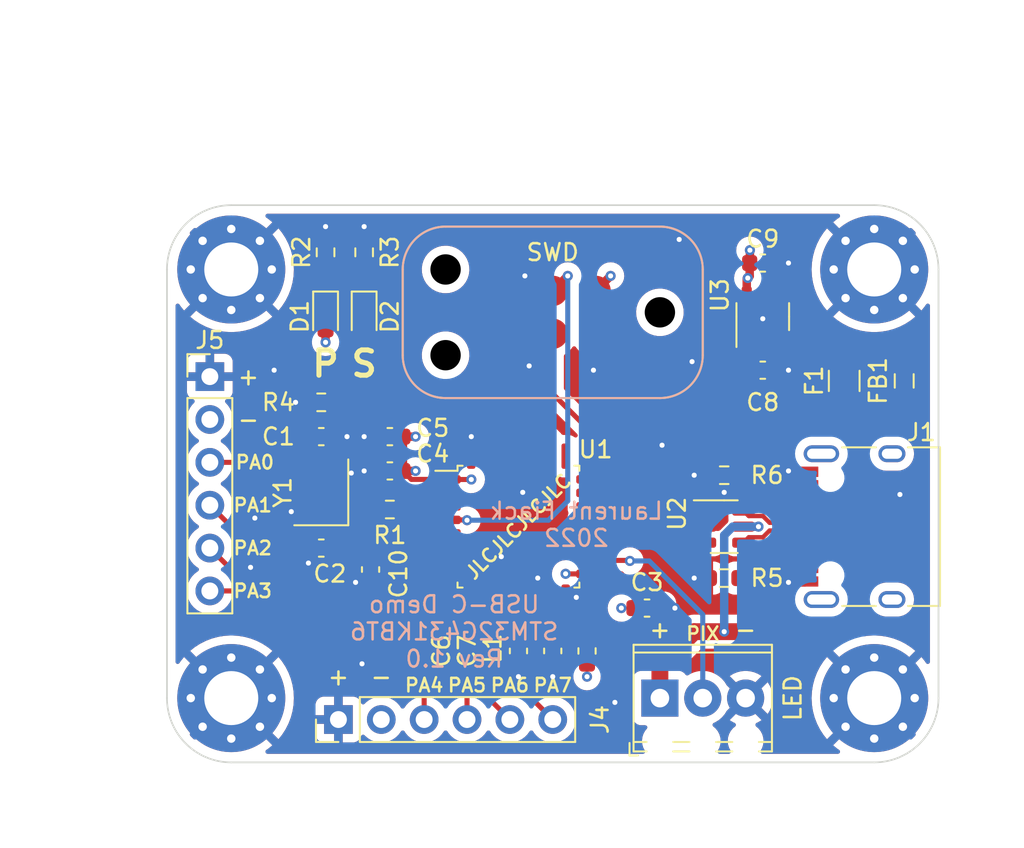
<source format=kicad_pcb>
(kicad_pcb (version 20211014) (generator pcbnew)
  (layers (0 "F.Cu" signal) (1 "In1.Cu" power) (2 "In2.Cu" power) (31 "B.Cu" signal) (34 "B.Paste" user) (35 "F.Paste" user) (36 "B.SilkS" user "B.Silkscreen") (37 "F.SilkS" user "F.Silkscreen") (38 "B.Mask" user) (39 "F.Mask" user) (44 "Edge.Cuts" user))
  (net 0 "")
  (net 1 "GND")
  (net 2 "/VBUS")
  (net 3 "/CC1")
  (net 4 "/D+")
  (net 5 "/D-")
  (net 7 "/CC2")
  (net 9 "/OSC_IN")
  (net 10 "Net-(C2-Pad2)")
  (net 11 "NRST")
  (net 12 "PA4")
  (net 13 "PA5")
  (net 14 "PA6")
  (net 15 "PA7")
  (net 16 "Net-(D1-Pad1)")
  (net 19 "/STM_D-")
  (net 20 "/STM_D+")
  (net 24 "STATUS_LED")
  (net 25 "Net-(F1-Pad1)")
  (net 26 "SWDIO")
  (net 27 "SWCLK")
  (net 28 "SWO")
  (net 29 "/OSC_OUT")
  (net 30 "+3V3")
  (net 31 "+3.3VA")
  (net 32 "+5V")
  (net 33 "Net-(D2-Pad1)")
  (net 35 "PIXEL")
  (net 36 "PA0")
  (net 37 "PA1")
  (net 38 "PA2")
  (net 39 "PA3")
  (net 41 "/BOOT0")
  (footprint "Capacitor_SMD:C_0603_1608Metric" (layer "F.Cu") (at 55.118 68.326)
    (fp_text reference "C3")
    (fp_text value "100nF")
  )
  (footprint "Connector_USB:USB_C_Receptacle_HRO_TYPE-C-31-M-12" (layer "F.Cu") (at 68.58 63.5 90)
    (fp_text reference "J1")
    (fp_text value "USB_C_Receptacle_USB2.0")
  )
  (footprint "Capacitor_SMD:C_0603_1608Metric" (layer "F.Cu") (at 38.735 66.04 -90)
    (fp_text reference "C10")
    (fp_text value "100nF")
  )
  (footprint "Resistor_SMD:R_0603_1608Metric" (layer "F.Cu") (at 35.814 56.134 180)
    (fp_text reference "R4")
    (fp_text value "100k")
  )
  (footprint "Connector_PinHeader_2.54mm:PinHeader_1x06_P2.54mm_Vertical" (layer "F.Cu") (at 36.83 74.93 90)
    (fp_text reference "J4")
    (fp_text value "Conn_01x06")
  )
  (footprint "Capacitor_SMD:C_0603_1608Metric" (layer "F.Cu") (at 47.498 70.866 -90)
    (fp_text reference "C6")
    (fp_text value "1uF")
  )
  (footprint "Capacitor_SMD:C_0603_1608Metric" (layer "F.Cu") (at 61.976 47.879)
    (fp_text reference "C9")
    (fp_text value "1uF")
  )
  (footprint "Capacitor_SMD:C_0603_1608Metric" (layer "F.Cu") (at 61.976 54.229)
    (fp_text reference "C8")
    (fp_text value "1uF")
  )
  (footprint "solderless_swd:solderless_swd" (layer "F.Cu") (at 49.53 50.8 -90)
    (fp_text reference "J2")
    (fp_text value "SWD")
  )
  (footprint "Connector_PinHeader_2.54mm:PinHeader_1x06_P2.54mm_Vertical" (layer "F.Cu") (at 29.21 54.61)
    (fp_text reference "J5")
    (fp_text value "Conn_01x06")
  )
  (footprint "Package_TO_SOT_SMD:SOT-23-6" (layer "F.Cu") (at 59.69 63.5)
    (fp_text reference "U2")
    (fp_text value "USBLC6-2SC6")
  )
  (footprint "Inductor_SMD:L_0805_2012Metric" (layer "F.Cu") (at 70.358 54.864 90)
    (property "Reference" "FB1")
    (property "Value" "600 @ 100MHz")
    (fp_text reference "FB1")
    (fp_text value "600 @ 100MHz")
  )
  (footprint "Capacitor_SMD:C_0603_1608Metric" (layer "F.Cu") (at 49.53 70.866 -90)
    (fp_text reference "C7")
    (fp_text value "10nF")
  )
  (footprint "LED_SMD:LED_0603_1608Metric" (layer "F.Cu") (at 36.068 51.054 -90)
    (fp_text reference "D1")
    (fp_text value "RED")
  )
  (footprint "TerminalBlock_Phoenix:TerminalBlock_Phoenix_MPT-0,5-3-2.54_1x03_P2.54mm_Horizontal" (layer "F.Cu") (at 55.88 73.66)
    (fp_text reference "J3")
    (fp_text value "LED")
  )
  (footprint "MountingHole:MountingHole_3.2mm_M3_Pad_Via" (layer "F.Cu") (at 30.48 48.26 90)
    (fp_text reference "H3" hide)
    (fp_text value "Hole M3")
  )
  (footprint "Inductor_SMD:L_0603_1608Metric" (layer "F.Cu") (at 51.562 70.866 90)
    (fp_text reference "L1")
    (fp_text value "39nH")
  )
  (footprint "MountingHole:MountingHole_3.2mm_M3_Pad_Via" (layer "F.Cu") (at 68.58 48.26 90)
    (fp_text reference "H1" hide)
    (fp_text value "Hole M3")
  )
  (footprint "Package_QFP:LQFP-32_7x7mm_P0.8mm" (layer "F.Cu") (at 47.498 63.5)
    (fp_text reference "U1")
    (fp_text value "STM32G431KBT6")
  )
  (footprint "MountingHole:MountingHole_3.2mm_M3_Pad_Via" (layer "F.Cu") (at 30.48 73.66 90)
    (fp_text reference "H2" hide)
    (fp_text value "Hole M3")
  )
  (footprint "Capacitor_SMD:C_0603_1608Metric" (layer "F.Cu") (at 35.814 58.166 180)
    (fp_text reference "C1")
    (fp_text value "10pF")
  )
  (footprint "Fuse:Fuse_1206_3216Metric" (layer "F.Cu") (at 66.802 54.864 -90)
    (fp_text reference "F1")
    (fp_text value "250mA")
  )
  (footprint "Capacitor_SMD:C_0603_1608Metric" (layer "F.Cu") (at 35.814 64.77)
    (fp_text reference "C2")
    (fp_text value "10pF")
  )
  (footprint "Resistor_SMD:R_0603_1608Metric_Pad0.98x0.95mm_HandSolder" (layer "F.Cu") (at 59.69 66.548 180)
    (fp_text reference "R5")
    (fp_text value "5.1k")
  )
  (footprint "Crystal:Crystal_SMD_EuroQuartz_MT-4Pin_3.2x2.5mm" (layer "F.Cu") (at 35.814 61.468 90)
    (fp_text reference "Y1")
    (fp_text value "16MHz")
  )
  (footprint "Capacitor_SMD:C_0603_1608Metric" (layer "F.Cu") (at 39.878 60.198 180)
    (fp_text reference "C4")
    (fp_text value "100nF")
  )
  (footprint "Resistor_SMD:R_0603_1608Metric" (layer "F.Cu") (at 39.878 62.484)
    (fp_text reference "R1")
    (fp_text value "10R")
  )
  (footprint "Capacitor_SMD:C_0603_1608Metric" (layer "F.Cu") (at 39.878 58.166 180)
    (fp_text reference "C5")
    (fp_text value "4.7uF")
  )
  (footprint "Resistor_SMD:R_0603_1608Metric" (layer "F.Cu") (at 38.354 47.244 90)
    (fp_text reference "R3")
    (fp_text value "1k")
  )
  (footprint "Package_TO_SOT_SMD:SOT-23-5" (layer "F.Cu") (at 61.976 51.054 90)
    (property "Reference" "U7")
    (property "Value" "MIC5317-3.3YM5-TR")
    (fp_text reference "U3")
    (fp_text value "MIC5317-3.3YM5-TR")
  )
  (footprint "LED_SMD:LED_0603_1608Metric" (layer "F.Cu") (at 38.354 51.054 -90)
    (fp_text reference "D2")
    (fp_text value "GREEN")
  )
  (footprint "MountingHole:MountingHole_3.2mm_M3_Pad_Via" (layer "F.Cu") (at 68.58 73.66 90)
    (fp_text reference "H4" hide)
    (fp_text value "Hole M3")
  )
  (footprint "Resistor_SMD:R_0603_1608Metric" (layer "F.Cu") (at 36.068 47.244 90)
    (fp_text reference "R2")
    (fp_text value "1k")
  )
  (footprint "Resistor_SMD:R_0603_1608Metric_Pad0.98x0.95mm_HandSolder" (layer "F.Cu") (at 59.69 60.452 180)
    (fp_text reference "R6")
    (fp_text value "5.1k")
  )
  (gr_line (start 26.67 73.66) (end 26.67 48.26) (layer "Edge.Cuts") (width 0.1))
  (gr_arc (start 72.39 73.66) (mid 71.274077 76.354077) (end 68.58 77.47) (layer "Edge.Cuts") (width 0.1))
  (gr_line (start 68.58 77.47) (end 30.48 77.47) (layer "Edge.Cuts") (width 0.1))
  (gr_arc (start 68.58 44.45) (mid 71.274077 45.565923) (end 72.39 48.26) (layer "Edge.Cuts") (width 0.1))
  (gr_line (start 30.48 44.45) (end 68.58 44.45) (layer "Edge.Cuts") (width 0.1))
  (gr_arc (start 26.67 48.26) (mid 27.785923 45.565923) (end 30.48 44.45) (layer "Edge.Cuts") (width 0.1))
  (gr_line (start 72.39 48.26) (end 72.39 73.66) (layer "Edge.Cuts") (width 0.1))
  (gr_arc (start 30.48 77.47) (mid 27.785923 76.354077) (end 26.67 73.66) (layer "Edge.Cuts") (width 0.1))
  (gr_text "Laurent Fiack\n2022" (at 50.927 63.373) (layer "B.SilkS") (effects (font (size 1 1)) (justify mirror)))
  (gr_text "USB-C Demo\nSTM32G431KBT6\nRev 1.0" (at 43.688 69.723) (layer "B.SilkS") (effects (font (size 1 1)) (justify mirror)))
  (gr_text "+" (at 55.88 69.596) (layer "F.SilkS") (effects (font (size 1 1))))
  (gr_text "P" (at 36.068 53.848) (layer "F.SilkS") (effects (font (size 1.5 1.5) (thickness 0.3))))
  (gr_text "-" (at 39.37 72.39) (layer "F.SilkS") (effects (font (size 1 1))))
  (gr_text "PA6" (at 46.99 72.898) (layer "F.SilkS") (effects (font (size 0.8 0.8))))
  (gr_text "PA1" (at 31.75 62.23) (layer "F.SilkS") (effects (font (size 0.8 0.8))))
  (gr_text "PA7" (at 49.53 72.898) (layer "F.SilkS") (effects (font (size 0.8 0.8))))
  (gr_text "+" (at 36.83 72.39) (layer "F.SilkS") (effects (font (size 1 1))))
  (gr_text "PA5" (at 44.45 72.898) (layer "F.SilkS") (effects (font (size 0.8 0.8))))
  (gr_text "PA3" (at 31.75 67.31) (layer "F.SilkS") (effects (font (size 0.8 0.8))))
  (gr_text "+" (at 31.496 54.61) (layer "F.SilkS") (effects (font (size 1 1))))
  (gr_text "S" (at 38.354 53.848) (layer "F.SilkS") (effects (font (size 1.5 1.5) (thickness 0.3))))
  (gr_text "PA2" (at 31.75 64.77) (layer "F.SilkS") (effects (font (size 0.8 0.8))))
  (gr_text "-" (at 31.496 57.15) (layer "F.SilkS") (effects (font (size 1 1))))
  (gr_text "PA0" (at 31.877 59.69) (layer "F.SilkS") (effects (font (size 0.8 0.8))))
  (gr_text "JLCJLCJLCJLC" (at 47.498 63.5 45) (layer "F.SilkS") (effects (font (size 0.8 0.8))))
  (gr_text "-" (at 60.96 69.596) (layer "F.SilkS") (effects (font (size 1 1))))
  (gr_text "PA4" (at 41.91 72.898) (layer "F.SilkS") (effects (font (size 0.8 0.8))))
  (gr_text "PIX" (at 58.42 69.85) (layer "F.SilkS") (effects (font (size 0.8 0.8))))
  (segment (start 34.871 62.611) (end 34.914 62.568) (width 0.5) (layer "F.Cu") (net 1))
  (segment (start 63.5 54.229) (end 62.751 54.229) (width 0.5) (layer "F.Cu") (net 1))
  (segment (start 63.5 66.802) (end 64.483 66.802) (width 0.5) (layer "F.Cu") (net 1))
  (segment (start 59.69 63.119) (end 59.69 61.468) (width 0.5) (layer "F.Cu") (net 1))
  (segment (start 64.483 66.802) (end 64.535 66.75) (width 0.5) (layer "F.Cu") (net 1))
  (segment (start 38.354 45.72) (end 38.354 46.419) (width 0.5) (layer "F.Cu") (net 1))
  (segment (start 57.912 66.548) (end 58.7775 66.548) (width 0.5) (layer "F.Cu") (net 1))
  (segment (start 63.552 60.25) (end 63.5 60.198) (width 0.5) (layer "F.Cu") (net 1))
  (segment (start 59.309 63.5) (end 59.69 63.119) (width 0.5) (layer "F.Cu") (net 1))
  (segment (start 34.914 64.645) (end 35.039 64.77) (width 0.3) (layer "F.Cu") (net 1))
  (segment (start 47.498 72.39) (end 47.498 71.641) (width 0.5) (layer "F.Cu") (net 1))
  (segment (start 48.698 67.675) (end 48.698 66.605) (width 0.3) (layer "F.Cu") (net 1))
  (segment (start 34.036 62.611) (end 34.871 62.611) (width 0.5) (layer "F.Cu") (net 1))
  (segment (start 56.769 68.326) (end 55.893 68.326) (width 0.5) (layer "F.Cu") (net 1))
  (segment (start 38.354 58.166) (end 39.103 58.166) (width 0.5) (layer "F.Cu") (net 1))
  (segment (start 37.338 58.166) (end 36.589 58.166) (width 0.5) (layer "F.Cu") (net 1))
  (segment (start 47.879 48.641) (end 46.99 49.53) (width 0.5) (layer "F.Cu") (net 1))
  (segment (start 35.052 64.783) (end 35.039 64.77) (width 0.5) (layer "F.Cu") (net 1))
  (segment (start 64.535 60.25) (end 63.552 60.25) (width 0.5) (layer "F.Cu") (net 1))
  (segment (start 44.704 58.166) (end 44.704 59.319) (width 0.3) (layer "F.Cu") (net 1))
  (segment (start 49.53 72.39) (end 49.53 71.641) (width 0.5) (layer "F.Cu") (net 1))
  (segment (start 36.757 60.325) (end 36.714 60.368) (width 0.5) (layer "F.Cu") (net 1))
  (segment (start 44.704 59.319) (end 44.698 59.325) (width 0.3) (layer "F.Cu") (net 1))
  (segment (start 34.914 62.568) (end 34.914 64.645) (width 0.3) (layer "F.Cu") (net 1))
  (segment (start 34.29 56.134) (end 34.989 56.134) (width 0.5) (layer "F.Cu") (net 1))
  (segment (start 50.911 67.675) (end 50.927 67.691) (width 0.3) (layer "F.Cu") (net 1))
  (segment (start 37.846 66.802) (end 38.722 66.802) (width 0.5) (layer "F.Cu") (net 1))
  (segment (start 38.354 60.198) (end 39.103 60.198) (width 0.5) (layer "F.Cu") (net 1))
  (segment (start 61.976 51.181) (end 61.976 52.1915) (width 0.5) (layer "F.Cu") (net 1))
  (segment (start 48.698 66.605) (end 48.641 66.548) (width 0.3) (layer "F.Cu") (net 1))
  (segment (start 36.714 58.291) (end 36.589 58.166) (width 0.3) (layer "F.Cu") (net 1))
  (segment (start 57.912 60.452) (end 58.7775 60.452) (width 0.5) (layer "F.Cu") (net 1))
  (segment (start 35.052 65.659) (end 35.052 64.783) (width 0.5) (layer "F.Cu") (net 1))
  (segment (start 63.5 47.879) (end 62.751 47.879) (width 0.5) (layer "F.Cu") (net 1))
  (segment (start 50.298 67.675) (end 50.911 67.675) (width 0.3) (layer "F.Cu") (net 1))
  (segment (start 38.722 66.802) (end 38.735 66.815) (width 0.5) (layer "F.Cu") (net 1))
  (segment (start 58.5525 63.5) (end 59.309 63.5) (width 0.5) (layer "F.Cu") (net 1))
  (segment (start 36.714 60.368) (end 36.714 58.291) (width 0.3) (layer "F.Cu") (net 1))
  (segment (start 36.068 45.72) (end 36.068 46.419) (width 0.5) (layer "F.Cu") (net 1))
  (segment (start 37.592 60.325) (end 36.757 60.325) (width 0.5) (layer "F.Cu") (net 1))
  (via (at 47.752 61.468) (size 0.6) (drill 0.3) (layers "F.Cu" "B.Cu") (net 1))
  (via (at 50.927 67.691) (size 0.6) (drill 0.3) (layers "F.Cu" "B.Cu") (net 1))
  (via (at 48.641 66.548) (size 0.6) (drill 0.3) (layers "F.Cu" "B.Cu") (net 1))
  (via (at 63.5 66.802) (size 0.6) (drill 0.3) (layers "F.Cu" "B.Cu") (net 1))
  (via (at 56.769 68.326) (size 0.6) (drill 0.3) (layers "F.Cu" "B.Cu") (net 1))
  (via (at 57.912 66.548) (size 0.6) (drill 0.3) (layers "F.Cu" "B.Cu") (net 1))
  (via (at 63.5 47.879) (size 0.6) (drill 0.3) (layers "F.Cu" "B.Cu") (net 1))
  (via (at 37.338 58.166) (size 0.6) (drill 0.3) (layers "F.Cu" "B.Cu") (net 1))
  (via (at 47.498 72.39) (size 0.6) (drill 0.3) (layers "F.Cu" "B.Cu") (net 1))
  (via (at 53.213 73.914) (size 0.6) (drill 0.3) (layers "F.Cu" "B.Cu") (net 1))
  (via (at 35.052 65.659) (size 0.6) (drill 0.3) (layers "F.Cu" "B.Cu") (net 1))
  (via (at 38.354 60.198) (size 0.6) (drill 0.3) (layers "F.Cu" "B.Cu") (net 1))
  (via (at 33.02 54.229) (size 0.6) (drill 0.3) (layers "F.Cu" "B.Cu") (net 1))
  (via (at 51.943 54.229) (size 0.6) (drill 0.3) (layers "F.Cu" "B.Cu") (net 1))
  (via (at 37.846 66.802) (size 0.6) (drill 0.3) (layers "F.Cu" "B.Cu") (net 1))
  (via (at 34.036 62.611) (size 0.6) (drill 0.3) (layers "F.Cu" "B.Cu") (net 1))
  (via (at 57.023 46.482) (size 0.6) (drill 0.3) (layers "F.Cu" "B.Cu") (net 1))
  (via (at 31.623 65.913) (size 0.6) (drill 0.3) (layers "F.Cu" "B.Cu") (net 1))
  (via (at 31.877 62.992) (size 0.6) (drill 0.3) (layers "F.Cu" "B.Cu") (net 1))
  (via (at 49.53 72.39) (size 0.6) (drill 0.3) (layers "F.Cu" "B.Cu") (net 1))
  (via (at 63.5 54.229) (size 0.6) (drill 0.3) (layers "F.Cu" "B.Cu") (net 1))
  (via (at 57.785 53.721) (size 0.6) (drill 0.3) (layers "F.Cu" "B.Cu") (net 1))
  (via (at 34.29 56.134) (size 0.6) (drill 0.3) (layers "F.Cu" "B.Cu") (net 1))
  (via (at 36.068 45.72) (size 0.6) (drill 0.3) (layers "F.Cu" "B.Cu") (net 1))
  (via (at 47.879 48.641) (size 0.6) (drill 0.3) (layers "F.Cu" "B.Cu") (net 1))
  (via (at 70.104 61.595) (size 0.6) (drill 0.3) (layers "F.Cu" "B.Cu") (net 1))
  (via (at 48.133 53.975) (size 0.6) (drill 0.3) (layers "F.Cu" "B.Cu") (net 1))
  (via (at 61.976 51.181) (size 0.6) (drill 0.3) (layers "F.Cu" "B.Cu") (net 1))
  (via (at 63.5 60.198) (size 0.6) (drill 0.3) (layers "F.Cu" "B.Cu") (net 1))
  (via (at 59.69 61.468) (size 0.6) (drill 0.3) (layers "F.Cu" "B.Cu") (net 1))
  (via (at 38.227 71.628) (size 0.6) (drill 0.3) (layers "F.Cu" "B.Cu") (net 1))
  (via (at 38.354 58.166) (size 0.6) (drill 0.3) (layers "F.Cu" "B.Cu") (net 1))
  (via (at 46.482 65.278) (size 0.6) (drill 0.3) (layers "F.Cu" "B.Cu") (net 1))
  (via (at 38.354 45.72) (size 0.6) (drill 0.3) (layers "F.Cu" "B.Cu") (net 1))
  (via (at 56.007 58.674) (size 0.6) (drill 0.3) (layers "F.Cu" "B.Cu") (net 1))
  (via (at 57.912 60.452) (size 0.6) (drill 0.3) (layers "F.Cu" "B.Cu") (net 1))
  (via (at 37.592 60.325) (size 0.6) (drill 0.3) (layers "F.Cu" "B.Cu") (net 1))
  (via (at 44.704 58.166) (size 0.6) (drill 0.3) (layers "F.Cu" "B.Cu") (net 1))
  (segment (start 61.468 69.723) (end 66.548 69.723) (width 1) (layer "F.Cu") (net 2))
  (segment (start 63.246 57.785) (end 67.564 57.785) (width 0.5) (layer "F.Cu") (net 2))
  (segment (start 69.85 57.785) (end 70.358 57.277) (width 0.5) (layer "F.Cu") (net 2))
  (segment (start 64.535 61.05) (end 63.209 61.05) (width 0.5) (layer "F.Cu") (net 2))
  (segment (start 70.358 57.277) (end 70.358 55.9265) (width 0.5) (layer "F.Cu") (net 2))
  (segment (start 62.611 58.42) (end 63.246 57.785) (width 0.5) (layer "F.Cu") (net 2))
  (segment (start 62.611 66.421) (end 63.082 65.95) (width 0.5) (layer "F.Cu") (net 2))
  (segment (start 55.88 71.755) (end 57.912 69.723) (width 1) (layer "F.Cu") (net 2))
  (segment (start 63.082 65.95) (end 64.535 65.95) (width 0.5) (layer "F.Cu") (net 2))
  (segment (start 63.209 61.05) (end 62.611 60.452) (width 0.5) (layer "F.Cu") (net 2))
  (segment (start 61.722 63.5) (end 60.8275 63.5) (width 0.5) (layer "F.Cu") (net 2))
  (segment (start 62.611 68.58) (end 62.611 67.691) (width 1) (layer "F.Cu") (net 2))
  (segment (start 61.468 69.723) (end 62.611 68.58) (width 1) (layer "F.Cu") (net 2))
  (segment (start 55.88 73.66) (end 55.88 71.755) (width 1) (layer "F.Cu") (net 2))
  (segment (start 57.912 69.723) (end 61.468 69.723) (width 1) (layer "F.Cu") (net 2))
  (segment (start 67.564 57.785) (end 69.85 57.785) (width 0.5) (layer "F.Cu") (net 2))
  (segment (start 62.611 60.452) (end 62.611 58.42) (width 0.5) (layer "F.Cu") (net 2))
  (segment (start 66.548 69.723) (end 67.691 68.58) (width 1) (layer "F.Cu") (net 2))
  (segment (start 62.611 66.421) (end 62.611 67.691) (width 0.5) (layer "F.Cu") (net 2))
  (via (at 59.69 69.723) (size 0.6) (drill 0.3) (layers "F.Cu" "B.Cu") (net 2))
  (via (at 61.722 63.5) (size 0.6) (drill 0.3) (layers "F.Cu" "B.Cu") (net 2))
  (segment (start 59.69 64.008) (end 59.69 69.723) (width 0.5) (layer "B.Cu") (net 2))
  (segment (start 61.722 63.5) (end 60.198 63.5) (width 0.5) (layer "B.Cu") (net 2))
  (segment (start 60.198 63.5) (end 59.69 64.008) (width 0.5) (layer "B.Cu") (net 2))
  (segment (start 61.468 66.548) (end 60.6025 66.548) (width 0.3) (layer "F.Cu") (net 3))
  (segment (start 63.266 64.75) (end 61.468 66.548) (width 0.3) (layer "F.Cu") (net 3))
  (segment (start 64.535 64.75) (end 63.266 64.75) (width 0.3) (layer "F.Cu") (net 3))
  (segment (start 63.15968 62.75) (end 62.641837 63.267843) (width 0.261112) (layer "F.Cu") (net 4))
  (segment (start 64.535 63.75) (end 65.79 63.75) (width 0.261112) (layer "F.Cu") (net 4))
  (segment (start 62.380893 63.267843) (end 61.982974 62.869924) (width 0.261112) (layer "F.Cu") (net 4))
  (segment (start 64.535 62.75) (end 63.15968 62.75) (width 0.261112) (layer "F.Cu") (net 4))
  (segment (start 65.79 63.75) (end 66.04 63.5) (width 0.261112) (layer "F.Cu") (net 4))
  (segment (start 66.04 62.992) (end 65.798 62.75) (width 0.261112) (layer "F.Cu") (net 4))
  (segment (start 65.798 62.75) (end 64.535 62.75) (width 0.261112) (layer "F.Cu") (net 4))
  (segment (start 62.641837 63.267843) (end 62.380893 63.267843) (width 0.261112) (layer "F.Cu") (net 4))
  (segment (start 61.982974 62.869924) (end 61.147424 62.869924) (width 0.261112) (layer "F.Cu") (net 4))
  (segment (start 61.147424 62.869924) (end 60.8275 62.55) (width 0.261112) (layer "F.Cu") (net 4))
  (segment (start 66.04 63.5) (end 66.04 62.992) (width 0.261112) (layer "F.Cu") (net 4))
  (segment (start 62.834163 63.732157) (end 62.380893 63.732157) (width 0.261112) (layer "F.Cu") (net 5))
  (segment (start 63.352006 64.25) (end 62.834163 63.732157) (width 0.261112) (layer "F.Cu") (net 5))
  (segment (start 61.982974 64.130076) (end 61.147424 64.130076) (width 0.261112) (layer "F.Cu") (net 5))
  (segment (start 62.380893 63.732157) (end 61.982974 64.130076) (width 0.261112) (layer "F.Cu") (net 5))
  (segment (start 63.311112 63.25) (end 62.834163 63.726949) (width 0.261112) (layer "F.Cu") (net 5))
  (segment (start 64.535 64.25) (end 63.352006 64.25) (width 0.261112) (layer "F.Cu") (net 5))
  (segment (start 64.535 63.25) (end 63.311112 63.25) (width 0.261112) (layer "F.Cu") (net 5))
  (segment (start 62.834163 63.726949) (end 62.834163 63.732157) (width 0.261112) (layer "F.Cu") (net 5))
  (segment (start 61.147424 64.130076) (end 60.8275 64.45) (width 0.261112) (layer "F.Cu") (net 5))
  (segment (start 61.341 60.452) (end 60.6025 60.452) (width 0.3) (layer "F.Cu") (net 7))
  (segment (start 64.535 61.75) (end 62.639 61.75) (width 0.3) (layer "F.Cu") (net 7))
  (segment (start 62.639 61.75) (end 61.341 60.452) (width 0.3) (layer "F.Cu") (net 7))
  (segment (start 43.323 61.5) (end 43.291 61.468) (width 0.3) (layer "F.Cu") (net 9))
  (segment (start 35.306 61.468) (end 34.914 61.076) (width 0.3) (layer "F.Cu") (net 9))
  (segment (start 34.914 58.291) (end 35.039 58.166) (width 0.3) (layer "F.Cu") (net 9))
  (segment (start 34.914 60.368) (end 34.914 58.291) (width 0.3) (layer "F.Cu") (net 9))
  (segment (start 43.291 61.468) (end 35.306 61.468) (width 0.3) (layer "F.Cu") (net 9))
  (segment (start 34.914 61.076) (end 34.914 60.368) (width 0.3) (layer "F.Cu") (net 9))
  (segment (start 36.798 62.484) (end 36.714 62.568) (width 0.3) (layer "F.Cu") (net 10))
  (segment (start 39.053 62.484) (end 36.798 62.484) (width 0.3) (layer "F.Cu") (net 10))
  (segment (start 36.714 62.568) (end 36.714 64.645) (width 0.3) (layer "F.Cu") (net 10))
  (segment (start 36.714 64.645) (end 36.589 64.77) (width 0.3) (layer "F.Cu") (net 10))
  (segment (start 39.764 65.265) (end 38.735 65.265) (width 0.3) (layer "F.Cu") (net 11))
  (segment (start 41.929 63.1) (end 39.764 65.265) (width 0.3) (layer "F.Cu") (net 11))
  (segment (start 50.419 48.641) (end 49.53 49.53) (width 0.5) (layer "F.Cu") (net 11))
  (segment (start 44.431 63.1) (end 44.45 63.119) (width 0.3) (layer "F.Cu") (net 11))
  (segment (start 43.323 63.1) (end 41.929 63.1) (width 0.3) (layer "F.Cu") (net 11))
  (segment (start 43.323 63.1) (end 44.431 63.1) (width 0.3) (layer "F.Cu") (net 11))
  (via (at 44.45 63.119) (size 0.6) (drill 0.3) (layers "F.Cu" "B.Cu") (net 11))
  (via (at 50.419 48.641) (size 0.6) (drill 0.3) (layers "F.Cu" "B.Cu") (net 11))
  (segment (start 50.419 61.976) (end 50.419 48.641) (width 0.3) (layer "B.Cu") (net 11))
  (segment (start 49.276 63.119) (end 50.419 61.976) (width 0.3) (layer "B.Cu") (net 11))
  (segment (start 44.45 63.119) (end 49.276 63.119) (width 0.3) (layer "B.Cu") (net 11))
  (segment (start 41.91 70.463) (end 44.698 67.675) (width 0.3) (layer "F.Cu") (net 12))
  (segment (start 41.91 74.93) (end 41.91 70.463) (width 0.3) (layer "F.Cu") (net 12))
  (segment (start 45.498 68.675) (end 45.498 67.675) (width 0.3) (layer "F.Cu") (net 13))
  (segment (start 44.45 69.723) (end 45.498 68.675) (width 0.3) (layer "F.Cu") (net 13))
  (segment (start 44.45 74.93) (end 44.45 69.723) (width 0.3) (layer "F.Cu") (net 13))
  (segment (start 45.72 69.342) (end 46.298 68.764) (width 0.3) (layer "F.Cu") (net 14))
  (segment (start 46.99 74.93) (end 45.72 73.66) (width 0.3) (layer "F.Cu") (net 14))
  (segment (start 46.298 68.764) (end 46.298 67.675) (width 0.3) (layer "F.Cu") (net 14))
  (segment (start 45.72 73.66) (end 45.72 69.342) (width 0.3) (layer "F.Cu") (net 14))
  (segment (start 47.752 73.152) (end 47.117 73.152) (width 0.3) (layer "F.Cu") (net 15))
  (segment (start 47.098 68.853) (end 47.098 67.675) (width 0.3) (layer "F.Cu") (net 15))
  (segment (start 46.482 72.517) (end 46.482 69.469) (width 0.3) (layer "F.Cu") (net 15))
  (segment (start 47.117 73.152) (end 46.482 72.517) (width 0.3) (layer "F.Cu") (net 15))
  (segment (start 46.482 69.469) (end 47.098 68.853) (width 0.3) (layer "F.Cu") (net 15))
  (segment (start 49.53 74.93) (end 47.752 73.152) (width 0.3) (layer "F.Cu") (net 15))
  (segment (start 36.068 48.069) (end 36.068 50.2665) (width 0.5) (layer "F.Cu") (net 16))
  (segment (start 51.840843 62.932157) (end 53.459837 62.932157) (width 0.261112) (layer "F.Cu") (net 19))
  (segment (start 53.459837 62.932157) (end 54.259836 63.732156) (width 0.261112) (layer "F.Cu") (net 19))
  (segment (start 54.259836 63.732156) (end 57.443228 63.732157) (width 0.261112) (layer "F.Cu") (net 19))
  (segment (start 51.673 63.1) (end 51.840843 62.932157) (width 0.261112) (layer "F.Cu") (net 19))
  (segment (start 57.841147 64.130076) (end 58.232576 64.130076) (width 0.261112) (layer "F.Cu") (net 19))
  (segment (start 58.232576 64.130076) (end 58.5525 64.45) (width 0.261112) (layer "F.Cu") (net 19))
  (segment (start 57.443228 63.732157) (end 57.841147 64.130076) (width 0.261112) (layer "F.Cu") (net 19))
  (segment (start 57.841147 62.869924) (end 58.232576 62.869924) (width 0.261112) (layer "F.Cu") (net 20))
  (segment (start 53.652163 62.467843) (end 54.452164 63.267844) (width 0.261112) (layer "F.Cu") (net 20))
  (segment (start 54.452164 63.267844) (end 57.443228 63.267843) (width 0.261112) (layer "F.Cu") (net 20))
  (segment (start 58.232576 62.869924) (end 58.5525 62.55) (width 0.261112) (layer "F.Cu") (net 20))
  (segment (start 51.673 62.3) (end 51.840843 62.467843) (width 0.261112) (layer "F.Cu") (net 20))
  (segment (start 51.840843 62.467843) (end 53.652163 62.467843) (width 0.261112) (layer "F.Cu") (net 20))
  (segment (start 57.443228 63.267843) (end 57.841147 62.869924) (width 0.261112) (layer "F.Cu") (net 20))
  (segment (start 46.298 59.325) (end 46.298 56.458) (width 0.3) (layer "F.Cu") (net 24))
  (segment (start 38.354 53.594) (end 38.354 51.8415) (width 0.3) (layer "F.Cu") (net 24))
  (segment (start 40.005 55.245) (end 38.354 53.594) (width 0.3) (layer "F.Cu") (net 24))
  (segment (start 45.085 55.245) (end 40.005 55.245) (width 0.3) (layer "F.Cu") (net 24))
  (segment (start 46.298 56.458) (end 45.085 55.245) (width 0.3) (layer "F.Cu") (net 24))
  (segment (start 68.45 53.464) (end 66.802 53.464) (width 0.75) (layer "F.Cu") (net 25))
  (segment (start 68.7875 53.8015) (end 68.45 53.464) (width 0.75) (layer "F.Cu") (net 25))
  (segment (start 70.358 53.8015) (end 68.7875 53.8015) (width 0.75) (layer "F.Cu") (net 25))
  (segment (start 53.34 60.96) (end 53.34 53.34) (width 0.3) (layer "F.Cu") (net 26))
  (segment (start 52.8 61.5) (end 53.34 60.96) (width 0.3) (layer "F.Cu") (net 26))
  (segment (start 51.673 61.5) (end 52.8 61.5) (width 0.3) (layer "F.Cu") (net 26))
  (segment (start 53.34 53.34) (end 52.07 52.07) (width 0.3) (layer "F.Cu") (net 26))
  (segment (start 51.673 57.769) (end 49.53 55.626) (width 0.3) (layer "F.Cu") (net 27))
  (segment (start 49.53 55.626) (end 49.53 52.07) (width 0.3) (layer "F.Cu") (net 27))
  (segment (start 51.673 60.7) (end 51.673 57.769) (width 0.3) (layer "F.Cu") (net 27))
  (segment (start 49.498 58.388) (end 46.99 55.88) (width 0.3) (layer "F.Cu") (net 28))
  (segment (start 46.99 55.88) (end 46.99 52.07) (width 0.3) (layer "F.Cu") (net 28))
  (segment (start 49.498 59.325) (end 49.498 58.388) (width 0.3) (layer "F.Cu") (net 28))
  (segment (start 40.887 62.3) (end 40.703 62.484) (width 0.3) (layer "F.Cu") (net 29))
  (segment (start 43.323 62.3) (end 40.887 62.3) (width 0.3) (layer "F.Cu") (net 29))
  (segment (start 43.329 60.706) (end 43.323 60.7) (width 0.3) (layer "F.Cu") (net 30))
  (segment (start 52.959 48.641) (end 52.07 49.53) (width 0.5) (layer "F.Cu") (net 30))
  (segment (start 44.704 60.706) (end 43.329 60.706) (width 0.3) (layer "F.Cu") (net 30))
  (segment (start 61.201 48.654) (end 61.087 48.768) (width 0.5) (layer "F.Cu") (net 30))
  (segment (start 50.298 66.3) (end 50.292 66.294) (width 0.3) (layer "F.Cu") (net 30))
  (segment (start 54.356 67.056) (end 54.356 68.313) (width 0.3) (layer "F.Cu") (net 30))
  (segment (start 40.653 60.198) (end 40.653 58.166) (width 0.5) (layer "F.Cu") (net 30))
  (segment (start 36.068 51.8415) (end 36.068 52.578) (width 0.5) (layer "F.Cu") (net 30))
  (segment (start 51.673 66.3) (end 50.298 66.3) (width 0.3) (layer "F.Cu") (net 30))
  (segment (start 54.356 68.313) (end 54.343 68.326) (width 0.3) (layer "F.Cu") (net 30))
  (segment (start 61.214 47.117) (end 61.214 47.866) (width 0.5) (layer "F.Cu") (net 30))
  (segment (start 41.402 60.198) (end 40.653 60.198) (width 0.5) (layer "F.Cu") (net 30))
  (segment (start 41.155 60.7) (end 40.653 60.198) (width 0.3) (layer "F.Cu") (net 30))
  (segment (start 53.6 66.3) (end 54.356 67.056) (width 0.3) (layer "F.Cu") (net 30))
  (segment (start 51.673 66.3) (end 53.6 66.3) (width 0.3) (layer "F.Cu") (net 30))
  (segment (start 61.201 47.879) (end 61.201 48.654) (width 0.5) (layer "F.Cu") (net 30))
  (segment (start 43.323 60.7) (end 41.155 60.7) (width 0.3) (layer "F.Cu") (net 30))
  (segment (start 61.026 49.9165) (end 61.026 48.829) (width 0.5) (layer "F.Cu") (net 30))
  (segment (start 40.653 58.166) (end 41.402 58.166) (width 0.5) (layer "F.Cu") (net 30))
  (segment (start 61.026 48.829) (end 61.087 48.768) (width 0.5) (layer "F.Cu") (net 30))
  (segment (start 61.214 47.866) (end 61.201 47.879) (width 0.5) (layer "F.Cu") (net 30))
  (via (at 41.402 60.198) (size 0.6) (drill 0.3) (layers "F.Cu" "B.Cu") (net 30))
  (via (at 36.068 52.578) (size 0.6) (drill 0.3) (layers "F.Cu" "B.Cu") (net 30))
  (via (at 53.594 68.326) (size 0.6) (drill 0.3) (layers "F.Cu" "B.Cu") (net 30))
  (via (at 44.704 60.706) (size 0.6) (drill 0.3) (layers "F.Cu" "B.Cu") (net 30))
  (via (at 41.402 58.166) (size 0.6) (drill 0.3) (layers "F.Cu" "B.Cu") (net 30))
  (via (at 50.292 66.294) (size 0.6) (drill 0.3) (layers "F.Cu" "B.Cu") (net 30))
  (via (at 61.087 48.768) (size 0.6) (drill 0.3) (layers "F.Cu" "B.Cu") (net 30))
  (via (at 52.959 48.641) (size 0.6) (drill 0.3) (layers "F.Cu" "B.Cu") (net 30))
  (via (at 61.214 47.117) (size 0.6) (drill 0.3) (layers "F.Cu" "B.Cu") (net 30))
  (via (at 51.562 72.39) (size 0.6) (drill 0.3) (layers "F.Cu" "B.Cu") (net 30))
  (segment (start 49.498 67.675) (end 49.498 69.805) (width 0.3) (layer "F.Cu") (net 31))
  (segment (start 51.5495 70.091) (end 51.562 70.0785) (width 0.5) (layer "F.Cu") (net 31))
  (segment (start 47.498 70.091) (end 51.5495 70.091) (width 0.5) (layer "F.Cu") (net 31))
  (segment (start 62.106 56.264) (end 61.201 55.359) (width 0.5) (layer "F.Cu") (net 32))
  (segment (start 61.026 52.1915) (end 61.026 54.054) (width 0.5) (layer "F.Cu") (net 32))
  (segment (start 65.024 55.632) (end 65.656 56.264) (width 0.5) (layer "F.Cu") (net 32))
  (segment (start 65.024 52.959) (end 65.024 55.632) (width 0.5) (layer "F.Cu") (net 32))
  (segment (start 64.2565 52.1915) (end 65.024 52.959) (width 0.5) (layer "F.Cu") (net 32))
  (segment (start 62.926 52.1915) (end 64.2565 52.1915) (width 0.5) (layer "F.Cu") (net 32))
  (segment (start 65.656 56.264) (end 62.106 56.264) (width 0.5) (layer "F.Cu") (net 32))
  (segment (start 66.802 56.264) (end 65.656 56.264) (width 0.5) (layer "F.Cu") (net 32))
  (segment (start 61.026 54.054) (end 61.201 54.229) (width 0.5) (layer "F.Cu") (net 32))
  (segment (start 61.201 55.359) (end 61.201 54.229) (width 0.5) (layer "F.Cu") (net 32))
  (segment (start 38.354 50.2665) (end 38.354 48.069) (width 0.5) (layer "F.Cu") (net 33))
  (segment (start 54.07 65.5) (end 54.102 65.532) (width 0.3) (layer "F.Cu") (net 35))
  (segment (start 51.673 65.5) (end 54.07 65.5) (width 0.3) (layer "F.Cu") (net 35))
  (via (at 54.102 65.532) (size 0.6) (drill 0.3) (layers "F.Cu" "B.Cu") (net 35))
  (segment (start 55.245 65.532) (end 54.102 65.532) (width 0.3) (layer "B.Cu") (net 35))
  (segment (start 58.42 73.66) (end 58.42 68.707) (width 0.3) (layer "B.Cu") (net 35))
  (segment (start 58.42 68.707) (end 55.245 65.532) (width 0.3) (layer "B.Cu") (net 35))
  (segment (start 36.195 68.072) (end 39.624 68.072) (width 0.3) (layer "F.Cu") (net 36))
  (segment (start 32.893 64.77) (end 36.195 68.072) (width 0.3) (layer "F.Cu") (net 36))
  (segment (start 39.624 68.072) (end 40.386 67.31) (width 0.3) (layer "F.Cu") (net 36))
  (segment (start 40.386 67.31) (end 40.386 65.659) (width 0.3) (layer "F.Cu") (net 36))
  (segment (start 31.496 59.69) (end 32.893 61.087) (width 0.3) (layer "F.Cu") (net 36))
  (segment (start 42.145 63.9) (end 40.386 65.659) (width 0.3) (layer "F.Cu") (net 36))
  (segment (start 29.21 59.69) (end 31.496 59.69) (width 0.3) (layer "F.Cu") (net 36))
  (segment (start 32.893 61.087) (end 32.893 64.77) (width 0.3) (layer "F.Cu") (net 36))
  (segment (start 43.323 63.9) (end 42.145 63.9) (width 0.3) (layer "F.Cu") (net 36))
  (segment (start 35.814 68.834) (end 40.132 68.834) (width 0.3) (layer "F.Cu") (net 37))
  (segment (start 42.361 64.7) (end 43.323 64.7) (width 0.3) (layer "F.Cu") (net 37))
  (segment (start 29.21 62.23) (end 35.814 68.834) (width 0.3) (layer "F.Cu") (net 37))
  (segment (start 41.148 67.818) (end 41.148 65.913) (width 0.3) (layer "F.Cu") (net 37))
  (segment (start 41.148 65.913) (end 42.361 64.7) (width 0.3) (layer "F.Cu") (net 37))
  (segment (start 40.132 68.834) (end 41.148 67.818) (width 0.3) (layer "F.Cu") (net 37))
  (segment (start 41.91 66.167) (end 41.91 68.381572) (width 0.3) (layer "F.Cu") (net 38))
  (segment (start 34.036 69.596) (end 29.21 64.77) (width 0.3) (layer "F.Cu") (net 38))
  (segment (start 40.695572 69.596) (end 34.036 69.596) (width 0.3) (layer "F.Cu") (net 38))
  (segment (start 42.577 65.5) (end 43.323 65.5) (width 0.3) (layer "F.Cu") (net 38))
  (segment (start 41.91 68.381572) (end 40.695572 69.596) (width 0.3) (layer "F.Cu") (net 38))
  (segment (start 41.91 66.167) (end 42.577 65.5) (width 0.3) (layer "F.Cu") (net 38))
  (segment (start 33.782 70.358) (end 41.021 70.358) (width 0.3) (layer "F.Cu") (net 39))
  (segment (start 43.323 68.056) (end 43.323 66.3) (width 0.3) (layer "F.Cu") (net 39))
  (segment (start 41.021 70.358) (end 43.323 68.056) (width 0.3) (layer "F.Cu") (net 39))
  (segment (start 30.734 67.31) (end 33.782 70.358) (width 0.3) (layer "F.Cu") (net 39))
  (segment (start 29.21 67.31) (end 30.734 67.31) (width 0.3) (layer "F.Cu") (net 39))
  (segment (start 36.639 56.134) (end 44.45 56.134) (width 0.3) (layer "F.Cu") (net 41))
  (segment (start 44.45 56.134) (end 45.498 57.182) (width 0.3) (layer "F.Cu") (net 41))
  (segment (start 45.498 57.182) (end 45.498 59.325) (width 0.3) (layer "F.Cu") (net 41))
  (zone (net 1) (net_name "GND") (layer "F.Cu") (connect_pads (clearance 0.508)) (min_thickness 0.254) (fill yes (thermal_gap 0.508) (thermal_bridge_width 0.508))
    (polygon (pts (xy 76.2 81.28) (xy 22.86 81.28) (xy 22.86 40.64) (xy 76.2 40.64)))
  )
  (zone (net 2) (net_name "/VBUS") (layer "F.Cu") (priority 1) (connect_pads yes (clearance 0.508)) (min_thickness 0.254) (fill yes (thermal_gap 0.508) (thermal_bridge_width 0.508))
    (polygon (pts (xy 68.199 68.707) (xy 67.056 68.707) (xy 67.056 57.658) (xy 68.199 57.658)))
  )
  (zone (net 1) (net_name "GND") (layer "B.Cu") (connect_pads (clearance 0.508)) (min_thickness 0.254) (fill yes (thermal_gap 0.508) (thermal_bridge_width 0.508))
    (polygon (pts (xy 77.47 82.55) (xy 21.59 82.55) (xy 21.59 39.37) (xy 77.47 39.37)))
  )
)
</source>
